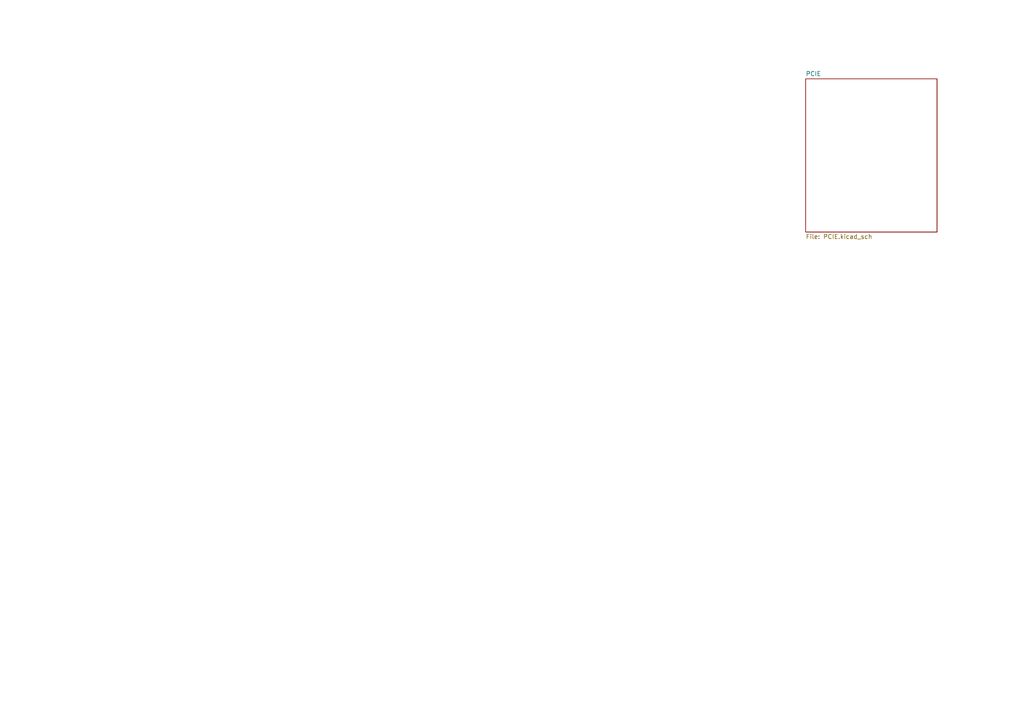
<source format=kicad_sch>
(kicad_sch
	(version 20250114)
	(generator "eeschema")
	(generator_version "9.0")
	(uuid "dea87457-738f-4c5a-8d68-6b57d3b491ea")
	(paper "A4")
	(lib_symbols)
	(sheet
		(at 233.68 22.86)
		(size 38.1 44.45)
		(exclude_from_sim no)
		(in_bom yes)
		(on_board yes)
		(dnp no)
		(fields_autoplaced yes)
		(stroke
			(width 0.1524)
			(type solid)
		)
		(fill
			(color 0 0 0 0.0000)
		)
		(uuid "03104f0a-5bd4-4b8e-a07b-53b8df6c4dd6")
		(property "Sheetname" "PCIE"
			(at 233.68 22.1484 0)
			(effects
				(font
					(size 1.27 1.27)
				)
				(justify left bottom)
			)
		)
		(property "Sheetfile" "PCIE.kicad_sch"
			(at 233.68 67.8946 0)
			(effects
				(font
					(size 1.27 1.27)
				)
				(justify left top)
			)
		)
		(instances
			(project "susBoard2"
				(path "/dea87457-738f-4c5a-8d68-6b57d3b491ea"
					(page "2")
				)
			)
		)
	)
	(sheet_instances
		(path "/"
			(page "1")
		)
	)
	(embedded_fonts no)
)

</source>
